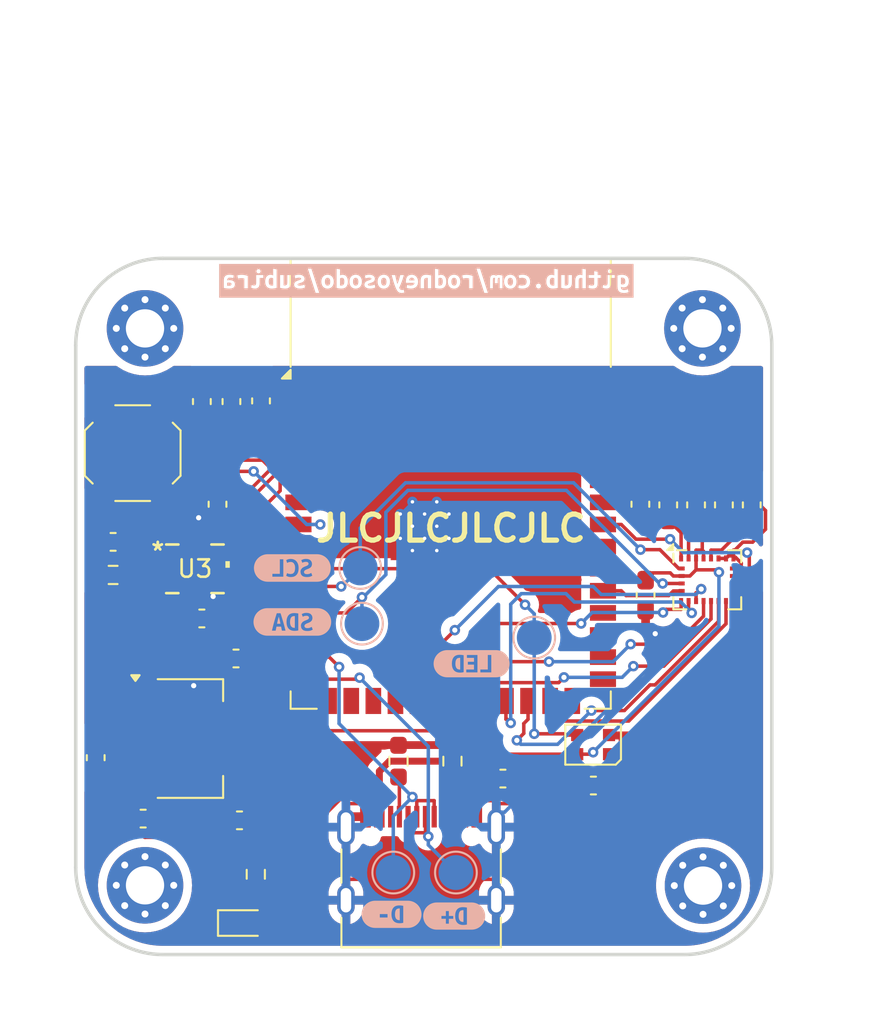
<source format=kicad_pcb>
(kicad_pcb (version 20240108) (generator "pcbnew") (generator_version "8.0")
  (title_block (title "subira-imu") (date "2025-03-29") (rev "v0.1.0") (company "0x6flab") (comment 1 "Designed By: Osodo Rodney"))
  (layers (0 "F.Cu" signal) (31 "B.Cu" signal) (34 "B.Paste" user) (35 "F.Paste" user) (36 "B.SilkS" user "B.Silkscreen") (37 "F.SilkS" user "F.Silkscreen") (38 "B.Mask" user) (39 "F.Mask" user) (44 "Edge.Cuts" user))
  (net 0 "")
  (net 1 "GND")
  (net 2 "Net-(U1-EN)")
  (net 3 "+3V3")
  (net 4 "VBUS")
  (net 5 "Net-(U4-CAP)")
  (net 6 "Net-(U4-C1)")
  (net 8 "LED")
  (net 9 "D-")
  (net 10 "D+")
  (net 11 "Net-(J1-CC1)")
  (net 12 "Net-(J1-CC2)")
  (net 13 "Net-(D1-A)")
  (net 16 "INT_M")
  (net 18 "DEN_A{slash}G")
  (net 20 "BM_SDA")
  (net 22 "SD0_M")
  (net 24 "LSMSDA")
  (net 25 "BM_SCL")
  (net 26 "BM_INT1")
  (net 27 "CS_M")
  (net 28 "DRDY_M")
  (net 29 "CS_A{slash}G")
  (net 30 "INT1_A{slash}G")
  (net 31 "INT2_A{slash}G")
  (net 37 "SD0_A{slash}G")
  (net 39 "LSMSCL")
  (net 43 "BM_INT2")
  (footprint "Capacitor_SMD:C_0603_1608Metric_Pad1.08x0.95mm_HandSolder" (layer "F.Cu") (at 68.5625 80.8 180)
    (property "Reference" "C8" (hide yes))
    (property "Value" "10uF" (hide yes))
  )
  (footprint "Capacitor_SMD:C_0603_1608Metric_Pad1.08x0.95mm_HandSolder" (layer "F.Cu") (at 68.3625 71.5 180)
    (property "Reference" "C9" (hide yes))
    (property "Value" "0.1uF" (hide yes))
  )
  (footprint "Capacitor_SMD:C_0603_1608Metric_Pad1.08x0.95mm_HandSolder" (layer "F.Cu") (at 91.9 67.8625 -90)
    (property "Reference" "C13" (hide yes))
    (property "Value" "0.1uF" (hide yes))
  )
  (footprint "Capacitor_SMD:C_0603_1608Metric_Pad1.08x0.95mm_HandSolder" (layer "F.Cu") (at 69.8 56.7 90)
    (property "Reference" "C4" (hide yes))
    (property "Value" "0.1uF" (hide yes))
  )
  (footprint "Capacitor_SMD:C_0603_1608Metric_Pad1.08x0.95mm_HandSolder" (layer "F.Cu") (at 83.7 78.4)
    (property "Reference" "C5" (hide yes))
    (property "Value" "10uF" (hide yes))
  )
  (footprint "Capacitor_SMD:C_0603_1608Metric_Pad1.08x0.95mm_HandSolder" (layer "F.Cu") (at 68.1 56.7375 90)
    (property "Reference" "C3" (hide yes))
    (property "Value" "10uF" (hide yes))
  )
  (footprint "Button_Switch_SMD:SW_Push_1P1T_XKB_TS-1187A" (layer "F.Cu") (at 62.425 59.7 90)
    (property "Reference" "SW1" (hide yes))
    (property "Value" "SW_Push" (hide yes))
  )
  (footprint "Capacitor_SMD:C_0603_1608Metric_Pad1.08x0.95mm_HandSolder" (layer "F.Cu") (at 60.3 77.2 90)
    (property "Reference" "C6" (hide yes))
    (property "Value" "10uF" (hide yes))
  )
  (footprint "Capacitor_SMD:C_0603_1608Metric_Pad1.08x0.95mm_HandSolder" (layer "F.Cu") (at 93.2 62.675 90)
    (property "Reference" "C17" (hide yes))
    (property "Value" "10uF" (hide yes))
  )
  (footprint "MountingHole:MountingHole_2.2mm_M2_Pad_Via" (layer "F.Cu") (at 95.2 84.55)
    (property "Reference" "REF4" (hide yes))
    (property "Value" "MountingHole_2.2mm_M2_Pad_Via" (hide yes))
  )
  (footprint "Capacitor_SMD:C_0603_1608Metric_Pad1.08x0.95mm_HandSolder" (layer "F.Cu") (at 91.6 62.6375 90)
    (property "Reference" "C15" (hide yes))
    (property "Value" "0.1uF" (hide yes))
  )
  (footprint "Resistor_SMD:R_0603_1608Metric_Pad0.98x0.95mm_HandSolder" (layer "F.Cu") (at 77.7 77.4 90)
    (property "Reference" "R2" (hide yes))
    (property "Value" "5.1K" (hide yes))
  )
  (footprint "Capacitor_SMD:C_0603_1608Metric_Pad1.08x0.95mm_HandSolder" (layer "F.Cu") (at 63.025 80.7)
    (property "Reference" "C7" (hide yes))
    (property "Value" "0.1uF" (hide yes))
  )
  (footprint "Connector_USB:USB_C_Receptacle_G-Switch_GT-USB-7010ASV" (layer "F.Cu") (at 79 84.315)
    (property "Reference" "J1" (hide yes))
    (property "Value" "USB_C_Receptacle_USB2.0_14P" (hide yes))
  )
  (footprint "Resistor_SMD:R_0603_1608Metric_Pad0.98x0.95mm_HandSolder" (layer "F.Cu") (at 69.5 83.9 -90)
    (property "Reference" "R4" (hide yes))
    (property "Value" "62" (hide yes))
  )
  (footprint "Resistor_SMD:R_0603_1608Metric_Pad0.98x0.95mm_HandSolder" (layer "F.Cu") (at 61.3 66.7)
    (property "Reference" "R1" (hide yes))
    (property "Value" "10K" (hide yes))
  )
  (footprint "Capacitor_SMD:C_0603_1608Metric_Pad1.08x0.95mm_HandSolder" (layer "F.Cu") (at 66.4 56.7375 90)
    (property "Reference" "C2" (hide yes))
    (property "Value" "10uF" (hide yes))
  )
  (footprint "LED_SMD:LED_WS2812B-2020_PLCC4_2.0x2.0mm" (layer "F.Cu") (at 88.885 76.45 180)
    (property "Reference" "D2" (hide yes))
    (property "Value" "WS2812B-2020" (hide yes))
  )
  (footprint "MountingHole:MountingHole_2.2mm_M2_Pad_Via" (layer "F.Cu") (at 63.1333 52.5333)
    (property "Reference" "REF1" (hide yes))
    (property "Value" "MountingHole_2.2mm_M2_Pad_Via" (hide yes))
  )
  (footprint "Capacitor_SMD:C_0603_1608Metric_Pad1.08x0.95mm_HandSolder" (layer "F.Cu") (at 98 62.675 90)
    (property "Reference" "C12" (hide yes))
    (property "Value" "10nF (±10%) 16V" (hide yes))
  )
  (footprint "Package_TO_SOT_SMD:SOT-223-3_TabPin2" (layer "F.Cu") (at 65.7125 76.1)
    (property "Reference" "U2" (hide yes))
    (property "Value" "AMS1117-3.3" (hide yes))
  )
  (footprint "Capacitor_SMD:C_0603_1608Metric_Pad1.08x0.95mm_HandSolder" (layer "F.Cu") (at 94.8 62.675 90)
    (property "Reference" "C14" (hide yes))
    (property "Value" "0.1uF" (hide yes))
  )
  (footprint "RF_Module:ESP32-S3-WROOM-1" (layer "F.Cu") (at 80.7 61.44)
    (property "Reference" "U1" (hide yes))
    (property "Value" "ESP32-S3-WROOM-1" (hide yes))
  )
  (footprint "Package_LGA:LGA-24L_3x3.5mm_P0.43mm" (layer "F.Cu") (at 95.445 66.975)
    (property "Reference" "U4" (hide yes))
    (property "Value" "LSM9DS1" (hide yes))
  )
  (footprint "Capacitor_SMD:C_0603_1608Metric_Pad1.08x0.95mm_HandSolder" (layer "F.Cu") (at 88.9 78.8)
    (property "Reference" "C10" (hide yes))
    (property "Value" "10uF" (hide yes))
  )
  (footprint "Capacitor_SMD:C_0603_1608Metric_Pad1.08x0.95mm_HandSolder" (layer "F.Cu") (at 96.4 62.675 90)
    (property "Reference" "C16" (hide yes))
    (property "Value" "0.1uF" (hide yes))
  )
  (footprint "Capacitor_SMD:C_0603_1608Metric_Pad1.08x0.95mm_HandSolder" (layer "F.Cu") (at 66.4 69.2)
    (property "Reference" "C11" (hide yes))
    (property "Value" "0.1uF" (hide yes))
  )
  (footprint "Capacitor_SMD:C_0603_1608Metric_Pad1.08x0.95mm_HandSolder" (layer "F.Cu") (at 67.3 62.6375 90)
    (property "Reference" "C18" (hide yes))
    (property "Value" "0.1uF" (hide yes))
  )
  (footprint "modules:BMI270_BOS-M" (layer "F.Cu") (at 66 66.3475)
    (property "Reference" "U3")
    (property "Value" "BMI270" (hide yes))
  )
  (footprint "MountingHole:MountingHole_2.2mm_M2_Pad_Via" (layer "F.Cu") (at 63.1333 84.5333)
    (property "Reference" "REF3" (hide yes))
    (property "Value" "MountingHole_2.2mm_M2_Pad_Via" (hide yes))
  )
  (footprint "Resistor_SMD:R_0603_1608Metric_Pad0.98x0.95mm_HandSolder" (layer "F.Cu") (at 80.8 77.4 90)
    (property "Reference" "R3" (hide yes))
    (property "Value" "5.1K" (hide yes))
  )
  (footprint "LED_SMD:LED_0603_1608Metric" (layer "F.Cu") (at 68.8125 86.7)
    (property "Reference" "D1" (hide yes))
    (property "Value" "LED" (hide yes))
  )
  (footprint "MountingHole:MountingHole_2.2mm_M2_Pad_Via" (layer "F.Cu") (at 95.1667 52.5333)
    (property "Reference" "REF2" (hide yes))
    (property "Value" "MountingHole_2.2mm_M2_Pad_Via" (hide yes))
  )
  (footprint "Capacitor_SMD:C_0603_1608Metric_Pad1.08x0.95mm_HandSolder" (layer "F.Cu") (at 61.3 64.8 180)
    (property "Reference" "C1" (hide yes))
    (property "Value" "1uF" (hide yes))
  )
  (footprint "kibuzzard-67E73E61" (layer "B.Cu") (at 71.6 69.4 180)
    (property "Reference" "kibuzzard-67E73E61" (hide yes))
    (property "Value" "G***" (hide yes))
  )
  (footprint "TestPoint:TestPoint_Pad_D2.0mm" (layer "B.Cu") (at 75.6 69.5 180)
    (property "Reference" "TP5" (hide yes))
    (property "Value" "TestPoint" (hide yes))
  )
  (footprint "TestPoint:TestPoint_Pad_D2.0mm" (layer "B.Cu") (at 75.5 66.3 180)
    (property "Reference" "TP4" (hide yes))
    (property "Value" "TestPoint" (hide yes))
  )
  (footprint "TestPoint:TestPoint_Pad_D2.0mm" (layer "B.Cu") (at 85.5 70.3 180)
    (property "Reference" "TP1" (hide yes))
    (property "Value" "TestPoint" (hide yes))
  )
  (footprint "kibuzzard-67E73F75" (layer "B.Cu") (at 79.3 49.8 180)
    (property "Reference" "kibuzzard-67E73F75" (hide yes))
    (property "Value" "G***" (hide yes))
  )
  (footprint "kibuzzard-67E73E58" (layer "B.Cu") (at 71.6 66.3 180)
    (property "Reference" "kibuzzard-67E73E58" (hide yes))
    (property "Value" "G***" (hide yes))
  )
  (footprint "kibuzzard-67E73EAE" (layer "B.Cu") (at 80.9 86.3 180)
    (property "Reference" "kibuzzard-67E73EAE" (hide yes))
    (property "Value" "G***" (hide yes))
  )
  (footprint "kibuzzard-67E73E95" (layer "B.Cu") (at 81.9 71.8 180)
    (property "Reference" "kibuzzard-67E73E95" (hide yes))
    (property "Value" "G***" (hide yes))
  )
  (footprint "TestPoint:TestPoint_Pad_D2.0mm" (layer "B.Cu") (at 81 83.8 180)
    (property "Reference" "TP3" (hide yes))
    (property "Value" "TestPoint" (hide yes))
  )
  (footprint "TestPoint:TestPoint_Pad_D2.0mm" (layer "B.Cu") (at 77.4 83.8 180)
    (property "Reference" "TP2" (hide yes))
    (property "Value" "TestPoint" (hide yes))
  )
  (footprint "kibuzzard-67E73EA2" (layer "B.Cu") (at 77.3 86.2 180)
    (property "Reference" "kibuzzard-67E73EA2" (hide yes))
    (property "Value" "G***" (hide yes))
  )
  (gr_line (start 99.15 53.51) (end 99.15 83.51) (stroke (width 0.2)) (layer "Edge.Cuts"))
  (gr_arc (start 64.15 88.51) (mid 60.614466 87.045534) (end 59.15 83.51) (stroke (width 0.2)) (layer "Edge.Cuts"))
  (gr_line (start 59.15 83.51) (end 59.15 53.51) (stroke (width 0.2)) (layer "Edge.Cuts"))
  (gr_line (start 94.15 88.51) (end 64.15 88.51) (stroke (width 0.2)) (layer "Edge.Cuts"))
  (gr_arc (start 59.15 53.51) (mid 60.614466 49.974466) (end 64.15 48.51) (stroke (width 0.2)) (layer "Edge.Cuts"))
  (gr_arc (start 94.15 48.51) (mid 97.685534 49.974466) (end 99.15 53.51) (stroke (width 0.2)) (layer "Edge.Cuts"))
  (gr_line (start 64.15 48.51) (end 94.15 48.51) (stroke (width 0.2)) (layer "Edge.Cuts"))
  (gr_arc (start 99.15 83.51) (mid 97.685534 87.045534) (end 94.15 88.51) (stroke (width 0.2)) (layer "Edge.Cuts"))
  (gr_text "JLCJLCJLCJLC" (at 72.8 64.9 0) (layer "F.SilkS") (effects (font (size 1.5 1.5) (thickness 0.3) (bold yes)) (justify left bottom)))
  (segment (start 78.5 65.3) (end 78.5 64.6) (width 0.2) (layer "F.Cu") (net 1))
  (segment (start 62.4534 55.4733) (end 61.2267 56.7) (width 0.2) (layer "F.Cu") (net 1))
  (segment (start 61.7597 77.25) (end 63.403 77.25) (width 0.2) (layer "F.Cu") (net 1))
  (segment (start 90.4517 75.9) (end 90.4517 78.1108) (width 0.2) (layer "F.Cu") (net 1))
  (segment (start 66.2774 68.2149) (end 66.2774 67.8938) (width 0.2) (layer "F.Cu") (net 1))
  (segment (start 74.6801 79.8383) (end 74.6816 79.8398) (width 0.2) (layer "F.Cu") (net 1))
  (segment (start 60.55 56.7) (end 60.7192 56.7) (width 0.2) (layer "F.Cu") (net 1))
  (segment (start 60.7192 56.7) (end 61.2267 56.7) (width 0.2) (layer "F.Cu") (net 1))
  (segment (start 89.7625 78.8) (end 88.7242 79.8383) (width 0.2) (layer "F.Cu") (net 1))
  (segment (start 83.32 84.1883) (end 74.68 84.1883) (width 0.2) (layer "F.Cu") (net 1))
  (segment (start 97.3967 66.0174) (end 97.3967 66.33) (width 0.2) (layer "F.Cu") (net 1))
  (segment (start 97.1584 67.19) (end 97.3967 67.19) (width 0.2) (layer "F.Cu") (net 1))
  (segment (start 74.6816 79.8398) (end 75.5107 79.8398) (width 0.2) (layer "F.Cu") (net 1))
  (segment (start 91.6 61.775) (end 93.1625 61.775) (width 0.2) (layer "F.Cu") (net 1))
  (segment (start 96.52 65.75) (end 96.6664 65.6036) (width 0.2) (layer "F.Cu") (net 1))
  (segment (start 97.1584 66.33) (end 97.2643 66.33) (width 0.2) (layer "F.Cu") (net 1))
  (segment (start 60.6346 62.7) (end 60.7192 62.7) (width 0.2) (layer "F.Cu") (net 1))
  (segment (start 71.95 56.18) (end 70.8983 56.18) (width 0.2) (layer "F.Cu") (net 1))
  (segment (start 66.2154 62.8596) (end 67.3 61.775) (width 0.2) (layer "F.Cu") (net 1))
  (segment (start 98.7907 64.076) (end 98.0507 64.816) (width 0.2) (layer "F.Cu") (net 1))
  (segment (start 79.2 63.2) (end 77.8 63.2) (width 0.2) (layer "F.Cu") (net 1))
  (segment (start 70.5933 55.875) (end 70.8983 56.18) (width 0.2) (layer "F.Cu") (net 1))
  (segment (start 65.9983 55.4733) (end 62.4534 55.4733) (width 0.2) (layer "F.Cu") (net 1))
  (segment (start 98.0507 64.816) (end 97.4857 64.816) (width 0.2) (layer "F.Cu") (net 1))
  (segment (start 60.6917 76.182) (end 60.4555 76.182) (width 0.2) (layer "F.Cu") (net 1))
  (segment (start 79.9 63.9) (end 79.2 63.9) (width 0.2) (layer "F.Cu") (net 1))
  (segment (start 60.7192 62.7) (end 60.7192 56.7) (width 0.2) (layer "F.Cu") (net 1))
  (segment (start 68.9313 55.875) (end 70.5933 55.875) (width 0.2) (layer "F.Cu") (net 1))
  (segment (start 83.2942 79.6683) (end 84.5625 78.4) (width 0.2) (layer "F.Cu") (net 1))
  (segment (start 64.7935 65.5975) (end 64.7935 64.8358) (width 0.2) (layer "F.Cu") (net 1))
  (segment (start 74.68 79.8383) (end 74.6801 79.8383) (width 0.2) (layer "F.Cu") (net 1))
  (segment (start 91.9 69.524) (end 92.4529 70.0769) (width 0.2) (layer "F.Cu") (net 1))
  (segment (start 66.2154 63.4139) (end 66.2154 62.8596) (width 0.2) (layer "F.Cu") (net 1))
  (segment (start 78.5 62.5) (end 78.5 61.6783) (width 0.2) (layer "F.Cu") (net 1))
  (segment (start 97.294 66.76) (end 97.3967 66.76) (width 0.2) (layer "F.Cu") (net 1))
  (segment (start 64.7935 64.8358) (end 66.2154 63.4139) (width 0.2) (layer "F.Cu") (net 1))
  (segment (start 66.4 55.875) (end 68.1 55.875) (width 0.2) (layer "F.Cu") (net 1))
  (segment (start 63.403 77.25) (end 63.8875 77.7345) (width 0.2) (layer "F.Cu") (net 1))
  (segment (start 83.2942 79.8125) (end 83.32 79.8383) (width 0.2) (layer "F.Cu") (net 1))
  (segment (start 97.0561 65.6768) (end 97.3967 66.0174) (width 0.2) (layer "F.Cu") (net 1))
  (segment (start 93.1625 61.775) (end 93.2 61.8125) (width 0.2) (layer "F.Cu") (net 1))
  (segment (start 96.92 67.4284) (end 96.92 67.62) (width 0.2) (layer "F.Cu") (net 1))
  (segment (start 78.5 64.6) (end 77.8 64.6) (width 0.2) (layer "F.Cu") (net 1))
  (segment (start 82.65 76.4875) (end 80.8 76.4875) (width 0.2) (layer "F.Cu") (net 1))
  (segment (start 98 61.8125) (end 97.2413 61.8125) (width 0.2) (layer "F.Cu") (net 1))
  (segment (start 91.9 68.725) (end 91.9 69.524) (width 0.2) (layer "F.Cu") (net 1))
  (segment (start 68.8246 87.4996) (end 73.7721 87.4996) (width 0.2) (layer "F.Cu") (net 1))
  (segment (start 66.7644 67.9356) (end 66.5 67.6712) (width 0.2) (layer "F.Cu") (net 1))
  (segment (start 63.8875 80.7) (end 67.6 80.7) (width 0.2) (layer "F.Cu") (net 1))
  (segment (start 97.0392 66.76) (end 97.294 66.76) (width 0.2) (layer "F.Cu") (net 1))
  (segment (start 74.68 85.39) (end 74.68 86.5917) (width 0.2) (layer "F.Cu") (net 1))
  (segment (start 97.2643 66.33) (end 97.3967 66.4624) (width 0.2) (layer "F.Cu") (net 1))
  (segment (start 96.4 61.8125) (end 94.8 61.8125) (width 0.2) (layer "F.Cu") (net 1))
  (segment (start 97.1584 67.19) (end 96.92 67.4284) (width 0.2) (layer "F.Cu") (net 1))
  (segment (start 66.4 55.875) (end 65.9983 55.4733) (width 0.2) (layer "F.Cu") (net 1))
  (segment (start 74.68 85.39) (end 74.68 84.1883) (width 0.2) (layer "F.Cu") (net 1))
  (segment (start 96.92 66.33) (end 97.1584 66.33) (width 0.2) (layer "F.Cu") (net 1))
  (segment (start 89.45 56.18) (end 87.62 56.18) (width 0.2) (layer "F.Cu") (net 1))
  (segment (start 88.7242 79.8383) (end 83.32 79.8383) (width 0.2) (layer "F.Cu") (net 1))
  (segment (start 96.92 67.19) (end 97.1584 67.19) (width 0.2) (layer "F.Cu") (net 1))
  (segment (start 96.95 65.6036) (end 96.95 65.2733) (width 0.2) (layer "F.Cu") (net 1))
  (segment (start 97.6023 61.8125) (end 98.7907 63.0009) (width 0.2) (layer "F.Cu") (net 1))
  (segment (start 96.95 65.75) (end 96.95 65.6768) (width 0.2) (layer "F.Cu") (net 1))
  (segment (start 97.2643 66.33) (end 97.3967 66.33) (width 0.2) (layer "F.Cu") (net 1))
  (segment (start 97.0285 65.2732) (end 97.0285 65.2733) (width 0.2) (layer "F.Cu") (net 1))
  (segment (start 97.2413 61.8125) (end 96.4 61.8125) (width 0.2) (layer "F.Cu") (net 1))
  (segment (start 60.6346 62.7) (end 60.4375 62.8971) (width 0.2) (layer "F.Cu") (net 1))
  (segment (start 60.4375 62.8971) (end 60.4375 64.8) (width 0.2) (layer "F.Cu") (net 1))
  (segment (start 97.294 66.76) (end 97.3967 66.8627) (width 0.2) (layer "F.Cu") (net 1))
  (segment (start 96.95 65.6768) (end 97.0561 65.6768) (width 0.2) (layer "F.Cu") (net 1))
  (segment (start 97.3967 66.8627) (end 97.3967 67.19) (width 0.2) (layer "F.Cu") (net 1))
  (segment (start 60.55 62.7) (end 60.6346 62.7) (width 0.2) (layer "F.Cu") (net 1))
  (segment (start 96.92 66.76) (end 97.0392 66.76) (width 0.2) (layer "F.Cu") (net 1))
  (segment (start 90.4517 78.1108) (end 89.7625 78.8) (width 0.2) (layer "F.Cu") (net 1))
  (segment (start 79.2 64.6) (end 78.5 64.6) (width 0.2) (layer "F.Cu") (net 1))
  (segment (start 65.1915 73.8) (end 62.5625 73.8) (width 0.2) (layer "F.Cu") (net 1))
  (segment (start 96.6664 65.6036) (end 96.95 65.6036) (width 0.2) (layer "F.Cu") (net 1))
  (segment (start 75.8 80.59) (end 75.8 80.1291) (width 0.2) (layer "F.Cu") (net 1))
  (segment (start 63.8875 77.7345) (end 63.8875 80.7) (width 0.2) (layer "F.Cu") (net 1))
  (segment (start 83.32 85.39) (end 83.32 84.1883) (width 0.2) (layer "F.Cu") (net 1))
  (segment (start 71.95 56.18) (end 73.0017 56.18) (width 0.2) (layer "F.Cu") (net 1))
  (segment (start 89.8 75.9) (end 90.4517 75.9) (width 0.2) (layer "F.Cu") (net 1))
  (segment (start 69.7625 55.875) (end 69.8 55.8375) (width 0.2) (layer "F.Cu") (net 1))
  (segment (start 96.95 65.6768) (end 96.95 65.6036) (width 0.2) (layer "F.Cu") (net 1))
  (segment (start 66.5 67.3) (end 66.5 67.5969) (width 0.2) (layer "F.Cu") (net 1))
  (segment (start 82.2 80.59) (end 82.2 79.6683) (width 0.2) (layer "F.Cu") (net 1))
  (segment (start 83.32 81.19) (end 83.32 84.1883) (width 0.2) (layer "F.Cu") (net 1))
  (segment (start 68.1 55.875) (end 68.9313 55.875) (width 0.2) (layer "F.Cu") (net 1))
  (segment (start 98.7907 63.0009) (end 98.7907 64.076) (width 0.2) (layer "F.Cu") (net 1))
  (segment (start 97.4857 64.816) (end 97.0285 65.2732) (width 0.2) (layer "F.Cu") (net 1))
  (segment (start 65.9297 73.0618) (end 65.1915 73.8) (width 0.2) (layer "F.Cu") (net 1))
  (segment (start 66.5 67.6712) (end 66.2774 67.8938) (width 0.2) (layer "F.Cu") (net 1))
  (segment (start 94.8 61.8125) (end 93.2 61.8125) (width 0.2) (layer "F.Cu") (net 1))
  (segment (start 60.6917 76.182) (end 61.7597 77.25) (width 0.2) (layer "F.Cu") (net 1))
  (segment (start 83.2942 79.6683) (end 83.2942 79.8125) (width 0.2) (layer "F.Cu") (net 1))
  (segment (start 66.5 67.5969) (end 66.5 67.6712) (width 0.2) (layer "F.Cu") (net 1))
  (segment (start 79.2 63.9) (end 78.5 63.9) (width 0.2) (layer "F.Cu") (net 1))
  (segment (start 97.0285 65.2733) (end 96.95 65.2733) (width 0.2) (layer "F.Cu") (net 1))
  (segment (start 74.68 81.19) (end 74.68 79.8383) (width 0.2) (layer "F.Cu") (net 1))
  (segment (start 97.3967 66.4624) (end 97.3967 66.76) (width 0.2) (layer "F.Cu") (net 1))
  (segment (start 84.5625 78.4) (end 82.65 76.4875) (width 0.2) (layer "F.Cu") (net 1))
  (segment (start 66.2774 67.8938) (end 66 67.8938) (width 0.2) (layer "F.Cu") (net 1))
  (segment (start 66 67.3) (end 66 67.8938) (width 0.2) (layer "F.Cu") (net 1))
  (segment (start 68.025 86.7) (end 68.8246 87.4996) (width 0.2) (layer "F.Cu") (net 1))
  (segment (start 83.32 81.19) (end 83.32 79.8383) (width 0.2) (layer "F.Cu") (net 1))
  (segment (start 60.4555 76.182) (end 60.3 76.3375) (width 0.2) (layer "F.Cu") (net 1))
  (segment (start 67.6 80.7) (end 67.7 80.8) (width 0.2) (layer "F.Cu") (net 1))
  (segment (start 90.5017 60.6767) (end 91.6 61.775) (width 0.2) (layer "F.Cu") (net 1))
  (segment (start 97.2413 61.8125) (end 97.6023 61.8125) (width 0.2) (layer "F.Cu") (net 1))
  (segment (start 65.9297 73.0618) (end 65.9382 73.0618) (width 0.2) (layer "F.Cu") (net 1))
  (segment (start 96.09 65.75) (end 96.52 65.75) (width 0.2) (layer "F.Cu") (net 1))
  (segment (start 87.62 56.18) (end 80.6 63.2) (width 0.2) (layer "F.Cu") (net 1))
  (segment (start 89.9759 56.18) (end 89.45 56.18) (width 0.2) (layer "F.Cu") (net 1))
  (segment (start 73.7721 87.4996) (end 74.68 86.5917) (width 0.2) (layer "F.Cu") (net 1))
  (segment (start 60.6917 75.6708) (end 60.6917 76.182) (width 0.2) (layer "F.Cu") (net 1))
  (segment (start 80.6 64.6) (end 79.2 64.6) (width 0.2) (layer "F.Cu") (net 1))
  (segment (start 78.5 61.6783) (end 73.0017 56.18) (width 0.2) (layer "F.Cu") (net 1))
  (segment (start 75.5107 79.8398) (end 75.8 80.1291) (width 0.2) (layer "F.Cu") (net 1))
  (segment (start 68.9313 55.875) (end 69.7625 55.875) (width 0.2) (layer "F.Cu") (net 1))
  (segment (start 89.9759 56.18) (end 90.5017 56.18) (width 0.2) (layer "F.Cu") (net 1))
  (segment (start 62.5625 73.8) (end 60.6917 75.6708) (width 0.2) (layer "F.Cu") (net 1))
  (segment (start 65.9382 73.0618) (end 67.5 71.5) (width 0.2) (layer "F.Cu") (net 1))
  (segment (start 82.2 79.6683) (end 83.2942 79.6683) (width 0.2) (layer "F.Cu") (net 1))
  (segment (start 67.2625 69.2) (end 66.2774 68.2149) (width 0.2) (layer "F.Cu") (net 1))
  (segment (start 90.5017 56.18) (end 90.5017 60.6767) (width 0.2) (layer "F.Cu") (net 1))
  (segment (start 67.047 67.9356) (end 66.7644 67.9356) (width 0.2) (layer "F.Cu") (net 1))
  (segment (start 77.7 76.4875) (end 80.8 76.4875) (width 0.2) (layer "F.Cu") (net 1))
  (via (at 92.4529 70.0769) (size 0.6) (drill 0.3) (layers "F.Cu" "B.Cu") (net 1))
  (via (at 65.9297 73.0618) (size 0.6) (drill 0.3) (layers "F.Cu" "B.Cu") (net 1))
  (via (at 67.047 67.9356) (size 0.6) (drill 0.3) (layers "F.Cu" "B.Cu") (net 1))
  (via (at 66.2154 63.4139) (size 0.6) (drill 0.3) (layers "F.Cu" "B.Cu") (net 1))
  (segment (start 92.4529 71.6756) (end 92.4529 70.0769) (width 0.2) (layer "B.Cu") (net 1))
  (segment (start 83.32 81.19) (end 83.32 80.3335) (width 0.2) (layer "B.Cu") (net 1))
  (segment (start 78.5 63.9) (end 78.5 62.5) (width 0.2) (layer "B.Cu") (net 1))
  (segment (start 83.32 80.3335) (end 83.795 80.3335) (width 0.2) (layer "B.Cu") (net 1))
  (segment (start 66.2154 67.2344) (end 66.9166 67.9356) (width 0.2) (layer "B.Cu") (net 1))
  (segment (start 78.5 65.3) (end 78.5 63.9) (width 0.2) (layer "B.Cu") (net 1))
  (segment (start 79.2 64.6) (end 79.2 63.2) (width 0.2) (layer "B.Cu") (net 1))
  (segment (start 79.9 62.5) (end 79.9 63.9) (width 0.2) (layer "B.Cu") (net 1))
  (segment (start 66.9166 67.9356) (end 67.047 67.9356) (width 0.2) (layer "B.Cu") (net 1))
  (segment (start 66.9166 72.0749) (end 65.9297 73.0618) (width 0.2) (layer "B.Cu") (net 1))
  (segment (start 74.68 79.8383) (end 66.9166 72.0749) (width 0.2) (layer "B.Cu") (net 1))
  (segment (start 83.795 80.3335) (end 92.4529 71.6756) (width 0.2) (layer "B.Cu") (net 1))
  (segment (start 79.9 63.9) (end 79.9 65.3) (width 0.2) (layer "B.Cu") (net 1))
  (segment (start 79.9 65.3) (end 79.9 76.4183) (width 0.2) (layer "B.Cu") (net 1))
  (segment (start 74.68 81.19) (end 74.68 79.8383) (width 0.2) (layer "B.Cu") (net 1))
  (segment (start 66.2154 63.4139) (end 66.2154 67.2344) (width 0.2) (layer "B.Cu") (net 1))
  (segment (start 66.9166 72.0749) (end 66.9166 67.9356) (width 0.2) (layer "B.Cu") (net 1))
  (segment (start 80.6 63.2) (end 79.9 63.9) (width 0.2) (layer "B.Cu") (net 1))
  (segment (start 83.32 80.3335) (end 83.32 79.8383) (width 0.2) (layer "B.Cu") (net 1))
  (segment (start 79.9 76.4183) (end 83.32 79.8383) (width 0.2) (layer "B.Cu") (net 1))
  (segment (start 74.68 81.19) (end 74.68 85.39) (width 0.2) (layer "B.Cu") (net 1))
  (segment (start 62.1625 66.65) (end 62.1625 64.8) (width 0.2) (layer "F.Cu") (net 2))
  (segment (start 64.3 56.7) (end 64.3 57.5017) (width 0.2) (layer "F.Cu") (net 2))
  (segment (start 62.2125 66.7) (end 62.1625 66.65) (width 0.2) (layer "F.Cu") (net 2))
  (segment (start 63.9617 62.7) (end 63.6233 62.7) (width 0.2) (layer "F.Cu") (net 2))
  (segment (start 65.5183 58.72) (end 71.95 58.72) (width 0.2) (layer "F.Cu") (net 2))
  (segment (start 63.9617 60.2766) (end 65.5183 58.72) (width 0.2) (layer "F.Cu") (net 2))
  (segment (start 63.9617 62.7) (end 63.9617 60.2766) (width 0.2) (layer "F.Cu") (net 2))
  (segment (start 63.6233 63.3392) (end 63.6233 62.7) (width 0.2) (layer "F.Cu") (net 2))
  (segment (start 64.3 62.7) (end 63.9617 62.7) (width 0.2) (layer "F.Cu") (net 2))
  (segment (start 64.3 57.5017) (end 65.5183 58.72) (width 0.2) (layer "F.Cu") (net 2))
  (segment (start 62.1625 64.8) (end 63.6233 63.3392) (width 0.2) (layer "F.Cu") (net 2))
  (segment (start 94.8 65.72) (end 94.8 65.2733) (width 0.2) (layer "F.Cu") (net 3))
  (segment (start 61.3 65.7875) (end 60.3875 66.7) (width 0.2) (layer "F.Cu") (net 3))
  (segment (start 70.7858 57.5625) (end 70.8983 57.45) (width 0.2) (layer "F.Cu") (net 3))
  (segment (start 82.6338 75.6514) (end 83.9824 77) (width 0.2) (layer "F.Cu") (net 3))
  (segment (start 68.1527 70.0027) (end 69.225 71.075) (width 0.2) (layer "F.Cu") (net 3))
  (segment (start 63.8869 67.5961) (end 63.7749 67.4841) (width 0.2) (layer "F.Cu") (net 3))
  (segment (start 94.8 66.4067) (end 95.9792 66.4067) (width 0.2) (layer "F.Cu") (net 3))
  (segment (start 65.5375 69.2) (end 66.3402 70.0027) (width 0.2) (layer "F.Cu") (net 3))
  (segment (start 96.4 63.5375) (end 95.5375 62.675) (width 0.2) (layer "F.Cu") (net 3))
  (segment (start 87.97 77) (end 88.6217 77) (width 0.2) (layer "F.Cu") (net 3))
  (segment (start 66.4 57.4669) (end 64.8314 55.8983) (width 0.2) (layer "F.Cu") (net 3))
  (segment (start 65.5375 67.6336) (end 65.5375 69.2) (width 0.2) (layer "F.Cu") (net 3))
  (segment (start 65.5 66.7062) (end 65.7826 66.7062) (width 0.2) (layer "F.Cu") (net 3))
  (segment (start 65.5 67.5961) (end 65.5 67.3) (width 0.2) (layer "F.Cu") (net 3))
  (segment (start 61.3 58.3983) (end 61.3 65.7875) (width 0.2) (layer "F.Cu") (net 3))
  (segment (start 94.8 66.4067) (end 94.4467 66.76) (width 0.2) (layer "F.Cu") (net 3))
  (segment (start 66.3402 70.0027) (end 68.1527 70.0027) (width 0.2) (layer "F.Cu") (net 3))
  (segment (start 95.23 65.75) (end 95.23 65.3469) (width 0.2) (layer "F.Cu") (net 3))
  (segment (start 69.225 71.075) (end 69.225 71.5) (width 0.2) (layer "F.Cu") (net 3))
  (segment (start 93.94 64.2775) (end 93.94 65.75) (width 0.2) (layer "F.Cu") (net 3))
  (segment (start 95.1564 65.2733) (end 95.1564 64.7811) (width 0.2) (layer "F.Cu") (net 3))
  (segment (start 87.97 77) (end 87.3183 77) (width 0.2) (layer "F.Cu") (net 3))
  (segment (start 93.97 66.76) (end 94.4467 66.76) (width 0.2) (layer "F.Cu") (net 3))
  (segment (start 87.97 78.7325) (end 87.97 77) (width 0.2) (layer "F.Cu") (net 3))
  (segment (start 69.3111 75.6514) (end 68.8625 76.1) (width 0.2) (layer "F.Cu") (net 3))
  (segment (start 63.7749 64.5587) (end 65.0466 63.287) (width 0.2) (layer "F.Cu") (net 3))
  (segment (start 69.8 57.5625) (end 70.7858 57.5625) (width 0.2) (layer "F.Cu") (net 3))
  (segment (start 69.425 76.6625) (end 69.425 80.8) (width 0.2) (layer "F.Cu") (net 3))
  (segment (start 68.1527 68.0437) (end 67.2065 67.0975) (width 0.2) (layer "F.Cu") (net 3))
  (segment (start 88.7347 76.887) (end 88.6217 77) (width 0.2) (layer "F.Cu") (net 3))
  (segment (start 61.1716 67.4841) (end 63.7749 67.4841) (width 0.2) (layer "F.Cu") (net 3))
  (segment (start 69.425 80.8) (end 69.425 82.9125) (width 0.2) (layer "F.Cu") (net 3))
  (segment (start 68.8625 76.1) (end 69.425 76.6625) (width 0.2) (layer "F.Cu") (net 3))
  (segment (start 69.3111 75.6514) (end 82.6338 75.6514) (width 0.2) (layer "F.Cu") (net 3))
  (segment (start 95.23 65.3469) (end 95.1564 65.2733) (width 0.2) (layer "F.Cu") (net 3))
  (segment (start 91.6 63.5) (end 93.1625 63.5) (width 0.2) (layer "F.Cu") (net 3))
  (segment (start 93.3141 66.5808) (end 92.3192 66.5808) (width 0.2) (layer "F.Cu") (net 3))
  (segment (start 83.9824 77) (end 87.3183 77) (width 0.2) (layer "F.Cu") (net 3))
  (segment (start 68.1 57.6) (end 66.4 57.6) (width 0.2) (layer "F.Cu") (net 3))
  (segment (start 66.5 65.395) (end 66.5 65.9888) (width 0.2) (layer "F.Cu") (net 3))
  (segment (start 64.8314 55.8983) (end 63.8 55.8983) (width 0.2) (layer "F.Cu") (net 3))
  (segment (start 65.5 67.3) (end 65.5 66.7062) (width 0.2) (layer "F.Cu") (net 3))
  (segment (start 70.3381 60.5549) (end 70.3381 60.6375) (width 0.2) (layer "F.Cu") (net 3))
  (segment (start 95.9792 66.4067) (end 96.1143 66.5418) (width 0.2) (layer "F.Cu") (net 3))
  (segment (start 65.5 67.5961) (end 65.5375 67.6336) (width 0.2) (layer "F.Cu") (net 3))
  (segment (start 65.0466 63.287) (end 65.0466 62.1417) (width 0.2) (layer "F.Cu") (net 3))
  (segment (start 94.8 65.75) (end 94.8 66.4067) (width 0.2) (layer "F.Cu") (net 3))
  (segment (start 63.7749 67.4841) (end 63.7749 64.5587) (width 0.2) (layer "F.Cu") (net 3))
  (segment (start 65.7826 66.7062) (end 66.5 65.9888) (width 0.2) (layer "F.Cu") (net 3))
  (segment (start 92.3192 66.5808) (end 91.9 67) (width 0.2) (layer "F.Cu") (net 3))
  (segment (start 69.3111 71.5861) (end 69.3111 75.6514) (width 0.2) (layer "F.Cu") (net 3))
  (segment (start 69.888 60.1048) (end 70.3381 60.5549) (width 0.2) (layer "F.Cu") (net 3))
  (segment (start 66.4 57.6) (end 66.4 57.4669) (width 0.2) (layer "F.Cu") (net 3))
  (segment (start 68.1 57.6) (end 69.7625 57.6) (width 0.2) (layer "F.Cu") (net 3))
  (segment (start 88.0375 78.8) (end 87.97 78.7325) (width 0.2) (layer "F.Cu") (net 3))
  (segment (start 93.2 63.5375) (end 93.94 64.2775) (width 0.2) (layer "F.Cu") (net 3))
  (segment (start 95.1564 64.7811) (end 96.4 63.5375) (width 0.2) (layer "F.Cu") (net 3))
  (segment (start 71.95 57.45) (end 70.8983 57.45) (width 0.2) (layer "F.Cu") (net 3))
  (segment (start 94.8 65.2733) (end 95.1564 65.2733) (width 0.2) (layer "F.Cu") (net 3))
  (segment (start 63.8 55.8983) (end 61.3 58.3983) (width 0.2) (layer "F.Cu") (net 3))
  (segment (start 69.7625 57.6) (end 69.8 57.5625) (width 0.2) (layer "F.Cu") (net 3))
  (segment (start 65.5 67.5961) (end 63.8869 67.5961) (width 0.2) (layer "F.Cu") (net 3))
  (segment (start 93.1625 63.5) (end 93.2 63.5375) (width 0.2) (layer "F.Cu") (net 3))
  (segment (start 65.0466 62.1417) (end 67.0835 60.1048) (width 0.2) (layer "F.Cu") (net 3))
  (segment (start 93.4933 66.76) (end 93.3141 66.5808) (width 0.2) (layer "F.Cu") (net 3))
  (segment (start 94.0625 62.675) (end 93.2 63.5375) (width 0.2) (layer "F.Cu") (net 3))
  (segment (start 69.425 82.9125) (end 69.5 82.9875) (width 0.2) (layer "F.Cu") (net 3))
  (segment (start 69.2732 61.7024) (end 69.0976 61.7024) (width 0.2) (layer "F.Cu") (net 3))
  (segment (start 95.5375 62.675) (end 94.0625 62.675) (width 0.2) (layer "F.Cu") (net 3))
  (segment (start 69.225 71.5) (end 69.3111 71.5861) (width 0.2) (layer "F.Cu") (net 3))
  (segment (start 70.3381 60.6375) (end 69.2732 61.7024) (width 0.2) (layer "F.Cu") (net 3))
  (segment (start 68.1527 70.0027) (end 68.1527 68.0437) (width 0.2) (layer "F.Cu") (net 3))
  (segment (start 60.3875 66.7) (end 61.1716 67.4841) (width 0.2) (layer "F.Cu") (net 3))
  (segment (start 88.885 76.887) (end 88.7347 76.887) (width 0.2) (layer "F.Cu") (net 3))
  (segment (start 67.0835 60.1048) (end 69.888 60.1048) (width 0.2) (layer "F.Cu") (net 3))
  (segment (start 93.97 66.76) (end 93.4933 66.76) (width 0.2) (layer "F.Cu") (net 3))
  (segment (start 62.5625 76.1) (end 68.8625 76.1) (width 0.2) (layer "F.Cu") (net 3))
  (segment (start 94.8 65.72) (end 94.8 65.75) (width 0.2) (layer "F.Cu") (net 3))
  (segment (start 69.0976 61.7024) (end 67.3 63.5) (width 0.2) (layer "F.Cu") (net 3))
  (via (at 96.1143 66.5418) (size 0.6) (drill 0.3) (layers "F.Cu" "B.Cu") (net 3))
  (via (at 88.885 76.887) (size 0.6) (drill 0.3) (layers "F.Cu" "B.Cu") (net 3))
  (segment (start 88.885 76.887) (end 96.1143 69.6577) (width 0.2) (layer "B.Cu") (net 3))
  (segment (start 96.1143 69.6577) (end 96.1143 66.5418) (width 0.2) (layer "B.Cu") (net 3))
  (segment (start 74.4649 79.3366) (end 76.6 79.3366) (width 0.4) (layer "F.Cu") (net 4))
  (segment (start 76.6 77.9826) (end 76.6 79.3366) (width 0.4) (layer "F.Cu") (net 4))
  (segment (start 77.1826 77.4) (end 76.6 77.9826) (width 0.4) (layer "F.Cu") (net 4))
  (segment (start 82.4569 78.5114) (end 81.3455 77.4) (width 0.4) (layer "F.Cu") (net 4))
  (segment (start 72.5504 81.2511) (end 74.4649 79.3366) (width 0.4) (layer "F.Cu") (net 4))
  (segment (start 70.029 83.9) (end 72.5504 81.3786) (width 0.4) (layer "F.Cu") (net 4))
  (segment (start 62.1625 78.8) (end 62.5625 78.4) (width 0.4) (layer "F.Cu") (net 4))
  (segment (start 82.7261 78.5114) (end 82.4569 78.5114) (width 0.4) (layer "F.Cu") (net 4))
  (segment (start 60.3 78.0625) (end 62.225 78.0625) (width 0.4) (layer "F.Cu") (net 4))
  (segment (start 81.3455 77.4) (end 77.1826 77.4) (width 0.4) (layer "F.Cu") (net 4))
  (segment (start 82.4569 78.5114) (end 81.4 79.5683) (width 0.4) (layer "F.Cu") (net 4))
  (segment (start 62.225 78.0625) (end 62.5625 78.4) (width 0.4) (layer "F.Cu") (net 4))
  (segment (start 63.1386 81.6761) (end 65.0773 81.6761) (width 0.4) (layer "F.Cu") (net 4))
  (segment (start 81.4 80.59) (end 81.4 79.5683) (width 0.4) (layer "F.Cu") (net 4))
  (segment (start 67.3012 83.9) (end 70.029 83.9) (width 0.4) (layer "F.Cu") (net 4))
  (segment (start 72.5504 81.3786) (end 72.5504 81.2511) (width 0.4) (layer "F.Cu") (net 4))
  (segment (start 65.0773 81.6761) (end 67.3012 83.9) (width 0.4) (layer "F.Cu") (net 4))
  (segment (start 76.6 79.3366) (end 76.6 80.59) (width 0.4) (layer "F.Cu") (net 4))
  (segment (start 62.1625 80.7) (end 63.1386 81.6761) (width 0.4) (layer "F.Cu") (net 4))
  (segment (start 62.1625 80.7) (end 62.1625 78.8) (width 0.4) (layer "F.Cu") (net 4))
  (segment (start 82.8375 78.4) (end 82.7261 78.5114) (width 0.4) (layer "F.Cu") (net 4))
  (segment (start 96.2642 65.2733) (end 95.66 65.2733) (width 0.2) (layer "F.Cu") (net 5))
  (segment (start 98 63.5375) (end 96.2642 65.2733) (width 0.2) (layer "F.Cu") (net 5))
  (segment (start 95.66 65.75) (end 95.66 65.2733) (width 0.2) (layer "F.Cu") (net 5))
  (segment (start 94.8 63.5375) (end 94.37 63.9675) (width 0.2) (layer "F.Cu") (net 6))
  (segment (start 94.37 63.9675) (end 94.37 65.75) (width 0.2) (layer "F.Cu") (net 6))
  (segment (start 87.97 75.9) (end 87.3183 75.9) (width 0.2) (layer "F.Cu") (net 8))
  (segment (start 71.95 66.34) (end 82.9018 66.34) (width 0.2) (layer "F.Cu") (net 8))
  (segment (start 87.2453 75.827) (end 85.5016 75.827) (width 0.2) (layer "F.Cu") (net 8))
  (segment (start 87.3183 75.9) (end 87.2453 75.827) (width 0.2) (layer "F.Cu") (net 8))
  (segment (start 82.9018 66.34) (end 84.9728 68.411) (width 0.2) (layer "F.Cu") (net 8))
  (via (at 84.9728 68.411) (size 0.6) (drill 0.3) (layers "F.Cu" "B.Cu") (net 8))
  (via (at 85.5016 75.827) (size 0.6) (drill 0.3) (layers "F.Cu" "B.Cu") (net 8))
  (segment (start 85.5 75.8254) (end 85.5016 75.827) (width 0.2) (layer "B.Cu") (net 8))
  (segment (start 85.5 70.3) (end 85.5 75.8254) (width 0.2) (layer "B.Cu") (net 8))
  (segment (start 85.5 68.9382) (end 84.9728 68.411) (width 0.2) (layer "B.Cu") (net 8))
  (segment (start 85.5 70.3) (end 85.5 68.9382) (width 0.2) (layer "B.Cu") (net 8))
  (segment (start 78.75 80.1291) (end 78.75 80.59) (width 0.2) (layer "F.Cu") (net 9))
  (segment (start 78.5378 79.4561) (end 78.5003 79.4561) (width 0.2) (layer "F.Cu") (net 9))
  (segment (start 74.2859 71.9855) (end 73.7204 71.42) (width 0.2) (layer "F.Cu") (net 9))
  (segment (start 79.75 80.59) (end 79.75 79.6683) (width 0.2) (layer "F.Cu") (net 9))
  (segment (start 78.75 80.1291) (end 78.75 79.6683) (width 0.2) (layer "F.Cu") (net 9))
  (segment (start 73.7204 71.42) (end 71.95 71.42) (width 0.2) (layer "F.Cu") (net 9))
  (segment (start 78.75 79.6683) (end 78.5378 79.4561) (width 0.2) (layer "F.Cu") (net 9))
  (segment (start 78.75 79.6683) (end 79.75 79.6683) (width 0.2) (layer "F.Cu") (net 9))
  (via (at 74.2859 71.9855) (size 0.6) (drill 0.3) (layers "F.Cu" "B.Cu") (net 9))
  (via (at 78.5003 79.4561) (size 0.6) (drill 0.3) (layers "F.Cu" "B.Cu") (net 9))
  (segment (start 74.2859 75.2417) (end 74.2859 71.9855) (width 0.2) (layer "B.Cu") (net 9))
  (segment (start 77.4 83.8) (end 77.4 80.5564) (width 0.2) (layer "B.Cu") (net 9))
  (segment (start 77.4 80.5564) (end 78.5003 79.4561) (width 0.2) (layer "B.Cu") (net 9))
  (segment (start 78.5003 79.4561) (end 74.2859 75.2417) (width 0.2) (layer "B.Cu") (net 9))
  (segment (start 78.25 80.59) (end 78.25 81.5117) (width 0.2) (layer "F.Cu") (net 10))
  (segment (start 79.25 81.5638) (end 79.4137 81.7275) (width 0.2) (layer "F.Cu") (net 10))
  (segment (start 79.25 81.5117) (end 79.25 81.5638) (width 0.2) (layer "F.Cu") (net 10))
  (segment (start 75.3762 72.69) (end 71.95 72.69) (width 0.2) (layer "F.Cu") (net 10))
  (segment (start 78.25 81.5117) (end 79.25 81.5117) (width 0.2) (layer "F.Cu") (net 10))
  (segment (start 75.4643 72.6019) (end 75.3762 72.69) (width 0.2) (layer "F.Cu") (net 10))
  (segment (start 79.25 80.59) (end 79.25 81.5117) (width 0.2) (layer "F.Cu") (net 10))
  (via (at 75.4643 72.6019) (size 0.6) (drill 0.3) (layers "F.Cu" "B.Cu") (net 10))
  (via (at 79.4137 81.7275) (size 0.6) (drill 0.3) (layers "F.Cu" "B.Cu") (net 10))
  (segment (start 75.4643 72.6019) (end 79.4137 76.5513) (width 0.2) (layer "B.Cu") (net 10))
  (segment (start 79.4137 82.2137) (end 79.4137 81.7275) (width 0.2) (layer "B.Cu") (net 10))
  (segment (start 79.4137 76.5513) (end 79.4137 81.7275) (width 0.2) (layer "B.Cu") (net 10))
  (segment (start 81 83.8) (end 79.4137 82.2137) (width 0.2) (layer "B.Cu") (net 10))
  (segment (start 77.75 80.59) (end 77.75 78.3625) (width 0.2) (layer "F.Cu") (net 11))
  (segment (start 77.75 78.3625) (end 77.7 78.3125) (width 0.2) (layer "F.Cu") (net 11))
  (segment (start 80.75 78.3625) (end 80.8 78.3125) (width 0.2) (layer "F.Cu") (net 12))
  (segment (start 80.75 80.59) (end 80.75 78.3625) (width 0.2) (layer "F.Cu") (net 12))
  (segment (start 69.5 84.8125) (end 69.5 86.6) (width 0.2) (layer "F.Cu") (net 13))
  (segment (start 69.5 86.6) (end 69.6 86.7) (width 0.2) (layer "F.Cu") (net 13))
  (segment (start 92.9473 71.9415) (end 95.66 69.2288) (width 0.2) (layer "F.Cu") (net 16))
  (segment (start 82.605 72.8883) (end 86.905 72.8883) (width 0.2) (layer "F.Cu") (net 16))
  (segment (start 86.905 72.8883) (end 87.2088 72.5845) (width 0.2) (layer "F.Cu") (net 16))
  (segment (start 95.66 69.2288) (end 95.66 68.2) (width 0.2) (layer "F.Cu") (net 16))
  (segment (start 91.197 71.9415) (end 92.9473 71.9415) (width 0.2) (layer "F.Cu") (net 16))
  (segment (start 82.605 73.94) (end 82.605 72.8883) (width 0.2) (layer "F.Cu") (net 16))
  (via (at 87.2088 72.5845) (size 0.6) (drill 0.3) (layers "F.Cu" "B.Cu") (net 16))
  (via (at 91.197 71.9415) (size 0.6) (drill 0.3) (layers "F.Cu" "B.Cu") (net 16))
  (segment (start 87.2088 72.5845) (end 90.554 72.5845) (width 0.2) (layer "B.Cu") (net 16))
  (segment (start 90.554 72.5845) (end 91.197 71.9415) (width 0.2) (layer "B.Cu") (net 16))
  (segment (start 90.5017 63.8) (end 91.3469 64.6452) (width 0.2) (layer "F.Cu") (net 18))
  (segment (start 97.8582 65.5411) (end 97.7348 65.4177) (width 0.2) (layer "F.Cu") (net 18))
  (segment (start 97.0677 68.2) (end 97.8582 67.4095) (width 0.2) (layer "F.Cu") (net 18))
  (segment (start 91.3469 64.6452) (end 93.3056 64.6452) (width 0.2) (layer "F.Cu") (net 18))
  (segment (start 89.45 63.8) (end 90.5017 63.8) (width 0.2) (layer "F.Cu") (net 18))
  (segment (start 96.95 68.2) (end 97.0677 68.2) (width 0.2) (layer "F.Cu") (net 18))
  (segment (start 97.8582 67.4095) (end 97.8582 65.5411) (width 0.2) (layer "F.Cu") (net 18))
  (via (at 93.3056 64.6452) (size 0.6) (drill 0.3) (layers "F.Cu" "B.Cu") (net 18))
  (via (at 97.7348 65.4177) (size 0.6) (drill 0.3) (layers "F.Cu" "B.Cu") (net 18))
  (segment (start 97.7348 65.4177) (end 94.0781 65.4177) (width 0.2) (layer "B.Cu") (net 18))
  (segment (start 94.0781 65.4177) (end 93.3056 64.6452) (width 0.2) (layer "B.Cu") (net 18))
  (segment (start 68.6389 62.9046) (end 68.6389 63.5194) (width 0.2) (layer "F.Cu") (net 20))
  (segment (start 71.95 59.99) (end 70.8983 59.99) (width 0.2) (layer "F.Cu") (net 20))
  (segment (start 68.639 62.9046) (end 68.6389 62.9046) (width 0.2) (layer "F.Cu") (net 20))
  (segment (start 68.6389 63.5194) (end 67.8177 64.3406) (width 0.2) (layer "F.Cu") (net 20))
  (segment (start 67.8177 64.3406) (end 65.9606 64.3406) (width 0.2) (layer "F.Cu") (net 20))
  (segment (start 65.5 65.395) (end 65.5 64.8012) (width 0.2) (layer "F.Cu") (net 20))
  (segment (start 70.8983 60.6453) (end 68.639 62.9046) (width 0.2) (layer "F.Cu") (net 20))
  (segment (start 65.9606 64.3406) (end 65.5 64.8012) (width 0.2) (layer "F.Cu") (net 20))
  (segment (start 70.8983 59.99) (end 70.8983 60.6453) (width 0.2) (layer "F.Cu") (net 20))
  (segment (start 93.94 68.6767) (end 93.0817 68.6767) (width 0.2) (layer "F.Cu") (net 22))
  (segment (start 93.0817 68.6767) (end 92.902 68.8564) (width 0.2) (layer "F.Cu") (net 22))
  (segment (start 80.065 73.94) (end 80.065 72.8883) (width 0.2) (layer "F.Cu") (net 22))
  (segment (start 80.065 72.8883) (end 83.4635 69.4898) (width 0.2) (layer "F.Cu") (net 22))
  (segment (start 83.4635 69.4898) (end 88.1966 69.4898) (width 0.2) (layer "F.Cu") (net 22))
  (segment (start 93.94 68.2) (end 93.94 68.6767) (width 0.2) (layer "F.Cu") (net 22))
  (via (at 92.902 68.8564) (size 0.6) (drill 0.3) (layers "F.Cu" "B.Cu") (net 22))
  (via (at 88.1966 69.4898) (size 0.6) (drill 0.3) (layers "F.Cu" "B.Cu") (net 22))
  (segment (start 88.83 68.8564) (end 92.902 68.8564) (width 0.2) (layer "B.Cu") (net 22))
  (segment (start 88.1966 69.4898) (end 88.83 68.8564) (width 0.2) (layer "B.Cu") (net 22))
  (segment (start 71.95 68.88) (end 74.7024 68.88) (width 0.2) (layer "F.Cu") (net 24))
  (segment (start 74.7024 68.88) (end 75.6 67.9824) (width 0.2) (layer "F.Cu") (net 24))
  (segment (start 93.97 67.19) (end 92.8785 67.19) (width 0.2) (layer "F.Cu") (net 24))
  (via (at 92.8785 67.19) (size 0.6) (drill 0.3) (layers "F.Cu" "B.Cu") (net 24))
  (via (at 75.6 67.9824) (size 0.6) (drill 0.3) (layers "F.Cu" "B.Cu") (net 24))
  (segment (start 76.9749 66.681) (end 76.9749 63.1042) (width 0.2) (layer "B.Cu") (net 24))
  (segment (start 92.6979 67.19) (end 92.8785 67.19) (width 0.2) (layer "B.Cu") (net 24))
  (segment (start 75.6735 67.9824) (end 76.9749 66.681) (width 0.2) (layer "B.Cu") (net 24))
  (segment (start 76.9749 63.1042) (end 78.2398 61.8393) (width 0.2) (layer "B.Cu") (net 24))
  (segment (start 87.3472 61.8393) (end 92.6979 67.19) (width 0.2) (layer "B.Cu") (net 24))
  (segment (start 75.6 67.9824) (end 75.6735 67.9824) (width 0.2) (layer "B.Cu") (net 24))
  (segment (start 78.2398 61.8393) (end 87.3472 61.8393) (width 0.2) (layer "B.Cu") (net 24))
  (segment (start 75.6 67.9824) (end 75.6 69.5) (width 0.2) (layer "B.Cu") (net 24))
  (segment (start 66.2744 64.7423) (end 66 65.0167) (width 0.2) (layer "F.Cu") (net 25))
  (segment (start 71.95 61.26) (end 70.8983 61.26) (width 0.2) (layer "F.Cu") (net 25))
  (segment (start 66 65.0167) (end 66 65.395) (width 0.2) (layer "F.Cu") (net 25))
  (segment (start 70.8983 61.26) (end 70.8983 61.8615) (width 0.2) (layer "F.Cu") (net 25))
  (segment (start 70.8983 61.8615) (end 68.0175 64.7423) (width 0.2) (layer "F.Cu") (net 25))
  (segment (start 68.0175 64.7423) (end 66.2744 64.7423) (width 0.2) (layer "F.Cu") (net 25))
  (segment (start 65.5067 62.2587) (end 67.016 60.7494) (width 0.2) (layer "F.Cu") (net 26))
  (segment (start 64.1997 64.8019) (end 65.5067 63.4949) (width 0.2) (layer "F.Cu") (net 26))
  (segment (start 64.1997 67.0975) (end 64.1997 64.8019) (width 0.2) (layer "F.Cu") (net 26))
  (segment (start 67.016 60.7494) (end 69.3753 60.7494) (width 0.2) (layer "F.Cu") (net 26))
  (segment (start 64.7935 67.0975) (end 64.1997 67.0975) (width 0.2) (layer "F.Cu") (net 26))
  (segment (start 73.0017 63.8) (end 73.2057 63.8) (width 0.2) (layer "F.Cu") (net 26))
  (segment (start 65.5067 63.4949) (end 65.5067 62.2587) (width 0.2) (layer "F.Cu") (net 26))
  (segment (start 71.95 63.8) (end 73.0017 63.8) (width 0.2) (layer "F.Cu") (net 26))
  (via (at 69.3753 60.7494) (size 0.6) (drill 0.3) (layers "F.Cu" "B.Cu") (net 26))
  (via (at 73.2057 63.8) (size 0.6) (drill 0.3) (layers "F.Cu" "B.Cu") (net 26))
  (segment (start 72.4259 63.8) (end 69.3753 60.7494) (width 0.2) (layer "B.Cu") (net 26))
  (segment (start 73.2057 63.8) (end 72.4259 63.8) (width 0.2) (layer "B.Cu") (net 26))
  (segment (start 94.8 68.2) (end 94.8 67.7233) (width 0.2) (layer "F.Cu") (net 27))
  (segment (start 95.095 67.512) (end 94.8837 67.7233) (width 0.2) (layer "F.Cu") (net 27))
  (segment (start 94.8837 67.7233) (end 94.8 67.7233) (width 0.2) (layer "F.Cu") (net 27))
  (segment (start 78.795 73.94) (end 78.795 72.0135) (width 0.2) (layer "F.Cu") (net 27))
  (segment (start 78.795 72.0135) (end 80.9371 69.8714) (width 0.2) (layer "F.Cu") (net 27))
  (via (at 80.9371 69.8714) (size 0.6) (drill 0.3) (layers "F.Cu" "B.Cu") (net 27))
  (via (at 95.095 67.512) (size 0.6) (drill 0.3) (layers "F.Cu" "B.Cu") (net 27))
  (segment (start 88.8882 67.364) (end 89.3457 67.8215) (width 0.2) (layer "B.Cu") (net 27))
  (segment (start 83.4445 67.364) (end 88.8882 67.364) (width 0.2) (layer "B.Cu") (net 27))
  (segment (start 89.3457 67.8215) (end 94.7855 67.8215) (width 0.2) (layer "B.Cu") (net 27))
  (segment (start 80.9371 69.8714) (end 83.4445 67.364) (width 0.2) (layer "B.Cu") (net 27))
  (segment (start 94.7855 67.8215) (end 95.095 67.512) (width 0.2) (layer "B.Cu") (net 27))
  (segment (start 93.62 70.6787) (end 91.0401 70.6787) (width 0.2) (layer "F.Cu") (net 28))
  (segment (start 81.335 73.94) (end 81.335 72.8883) (width 0.2) (layer "F.Cu") (net 28))
  (segment (start 95.23 69.0687) (end 93.62 70.6787) (width 0.2) (layer "F.Cu") (net 28))
  (segment (start 82.5405 71.6828) (end 86.3477 71.6828) (width 0.2) (layer "F.Cu") (net 28))
  (segment (start 81.335 72.8883) (end 82.5405 71.6828) (width 0.2) (layer "F.Cu") (net 28))
  (segment (start 95.23 68.2) (end 95.23 69.0687) (width 0.2) (layer "F.Cu") (net 28))
  (via (at 86.3477 71.6828) (size 0.6) (drill 0.3) (layers "F.Cu" "B.Cu") (net 28))
  (via (at 91.0401 70.6787) (size 0.6) (drill 0.3) (layers "F.Cu" "B.Cu") (net 28))
  (segment (start 90.036 71.6828) (end 86.3477 71.6828) (width 0.2) (layer "B.Cu") (net 28))
  (segment (start 91.0401 70.6787) (end 90.036 71.6828) (width 0.2) (layer "B.Cu") (net 28))
  (segment (start 83.9357 74.9917) (end 84.1489 75.2049) (width 0.2) (layer "F.Cu") (net 29))
  (segment (start 94.37 68.2) (end 94.37 68.703) (width 0.2) (layer "F.Cu") (net 29))
  (segment (start 94.37 68.703) (end 94.5504 68.8834) (width 0.2) (layer "F.Cu") (net 29))
  (segment (start 83.875 73.94) (end 83.875 74.9917) (width 0.2) (layer "F.Cu") (net 29))
  (segment (start 83.875 74.9917) (end 83.9357 74.9917) (width 0.2) (layer "F.Cu") (net 29))
  (via (at 94.5504 68.8834) (size 0.6) (drill 0.3) (layers "F.Cu" "B.Cu") (net 29))
  (via (at 84.1489 75.2049) (size 0.6) (drill 0.3) (layers "F.Cu" "B.Cu") (net 29))
  (segment (start 84.1489 68.381) (end 84.7554 67.7745) (width 0.2) (layer "B.Cu") (net 29))
  (segment (start 93.9216 68.2546) (end 94.5504 68.8834) (width 0.2) (layer "B.Cu") (net 29))
  (segment (start 84.7554 67.7745) (end 87.3249 67.7745) (width 0.2) (layer "B.Cu") (net 29))
  (segment (start 87.3249 67.7745) (end 87.805 68.2546) (width 0.2) (layer "B.Cu") (net 29))
  (segment (start 84.1489 75.2049) (end 84.1489 68.381) (width 0.2) (layer "B.Cu") (net 29))
  (segment (start 87.805 68.2546) (end 93.9216 68.2546) (width 0.2) (layer "B.Cu") (net 29))
  (segment (start 90.6794 74.4922) (end 92.1533 73.0183) (width 0.2) (layer "F.Cu") (net 30))
  (segment (start 92.1533 73.0183) (end 92.4404 73.0183) (width 0.2) (layer "F.Cu") (net 30))
  (segment (start 85.145 74.9917) (end 84.8998 75.2369) (width 0.2) (layer "F.Cu") (net 30))
  (segment (start 84.8998 75.8031) (end 84.5005 76.2024) (width 0.2) (layer "F.Cu") (net 30))
  (segment (start 88.7854 74.4922) (end 90.6794 74.4922) (width 0.2) (layer "F.Cu") (net 30))
  (segment (start 92.4404 73.0183) (end 96.09 69.3687) (width 0.2) (layer "F.Cu") (net 30))
  (segment (start 85.145 73.94) (end 85.145 74.9917) (width 0.2) (layer "F.Cu") (net 30))
  (segment (start 84.8998 75.2369) (end 84.8998 75.8031) (width 0.2) (layer "F.Cu") (net 30))
  (segment (start 96.09 69.3687) (end 96.09 68.2) (width 0.2) (layer "F.Cu") (net 30))
  (via (at 84.5005 76.2024) (size 0.6) (drill 0.3) (layers "F.Cu" "B.Cu") (net 30))
  (via (at 88.7854 74.4922) (size 0.6) (drill 0.3) (layers "F.Cu" "B.Cu") (net 30))
  (segment (start 86.8451 76.4325) (end 88.7854 74.4922) (width 0.2) (layer "B.Cu") (net 30))
  (segment (start 84.7306 76.4325) (end 86.8451 76.4325) (width 0.2) (layer "B.Cu") (net 30))
  (segment (start 84.5005 76.2024) (end 84.7306 76.4325) (width 0.2) (layer "B.Cu") (net 30))
  (segment (start 86.415 74.9917) (end 86.5172 75.0939) (width 0.2) (layer "F.Cu") (net 31))
  (segment (start 90.9328 75.0939) (end 96.52 69.5067) (width 0.2) (layer "F.Cu") (net 31))
  (segment (start 96.52 69.5067) (end 96.52 68.2) (width 0.2) (layer "F.Cu") (net 31))
  (segment (start 86.5172 75.0939) (end 90.9328 75.0939) (width 0.2) (layer "F.Cu") (net 31))
  (segment (start 86.415 73.94) (end 86.415 74.9917) (width 0.2) (layer "F.Cu") (net 31))
  (segment (start 93.229 67.8843) (end 90.776 67.8843) (width 0.2) (layer "F.Cu") (net 37))
  (segment (start 89.45 67.61) (end 90.5017 67.61) (width 0.2) (layer "F.Cu") (net 37))
  (segment (start 93.97 67.62) (end 93.4933 67.62) (width 0.2) (layer "F.Cu") (net 37))
  (segment (start 90.776 67.8843) (end 90.5017 67.61) (width 0.2) (layer "F.Cu") (net 37))
  (segment (start 93.4933 67.62) (end 93.229 67.8843) (width 0.2) (layer "F.Cu") (net 37))
  (segment (start 92.7202 65.2469) (end 93.8033 66.33) (width 0.2) (layer "F.Cu") (net 39))
  (segment (start 71.95 67.61) (end 73.0017 67.61) (width 0.2) (layer "F.Cu") (net 39))
  (segment (start 73.0017 67.61) (end 73.2511 67.3606) (width 0.2) (layer "F.Cu") (net 39))
  (segment (start 93.8033 66.33) (end 93.97 66.33) (width 0.2) (layer "F.Cu") (net 39))
  (segment (start 73.2511 67.3606) (end 74.4072 67.3606) (width 0.2) (layer "F.Cu") (net 39))
  (segment (start 91.6056 65.2469) (end 92.7202 65.2469) (width 0.2) (layer "F.Cu") (net 39))
  (via (at 91.6056 65.2469) (size 0.6) (drill 0.3) (layers "F.Cu" "B.Cu") (net 39))
  (via (at 74.4072 67.3606) (size 0.6) (drill 0.3) (layers "F.Cu" "B.Cu") (net 39))
  (segment (start 75.5 66.3) (end 75.5 64.0067) (width 0.2) (layer "B.Cu") (net 39))
  (segment (start 74.4394 67.3606) (end 75.5 66.3) (width 0.2) (layer "B.Cu") (net 39))
  (segment (start 78.1012 61.4055) (end 87.7642 61.4055) (width 0.2) (layer "B.Cu") (net 39))
  (segment (start 74.4072 67.3606) (end 74.4394 67.3606) (width 0.2) (layer "B.Cu") (net 39))
  (segment (start 87.7642 61.4055) (end 91.6056 65.2469) (width 0.2) (layer "B.Cu") (net 39))
  (segment (start 75.5 64.0067) (end 78.1012 61.4055) (width 0.2) (layer "B.Cu") (net 39))
  (segment (start 70.8983 70.15) (end 70.8983 69.6955) (width 0.2) (layer "F.Cu") (net 43))
  (segment (start 67.2065 66.5975) (end 67.8003 66.5975) (width 0.2) (layer "F.Cu") (net 43))
  (segment (start 71.95 70.15) (end 70.8983 70.15) (width 0.2) (layer "F.Cu") (net 43))
  (segment (start 70.8983 69.6955) (end 67.8003 66.5975) (width 0.2) (layer "F.Cu") (net 43))
  (zone (net 1) (net_name "GND") (layers "F&B.Cu") (connect_pads (clearance 0.5)) (min_thickness 0.25) (fill yes (thermal_gap 0.5) (thermal_bridge_width 0.5))
    (polygon (pts (xy 54.8 46.4) (xy 105.6 46.4) (xy 105 92.5) (xy 54.9 92.4)))
  )
)
</source>
